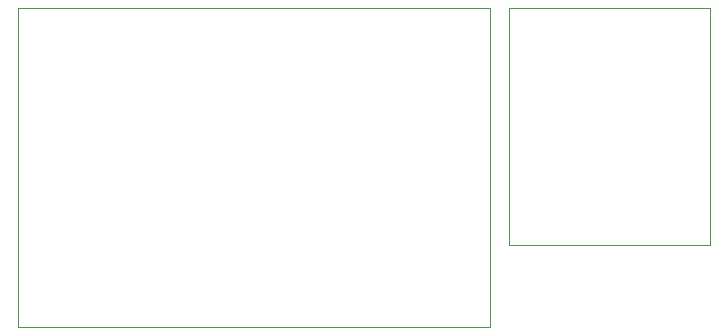
<source format=gbr>
%TF.GenerationSoftware,KiCad,Pcbnew,9.0.0*%
%TF.CreationDate,2025-03-14T13:22:17-04:00*%
%TF.ProjectId,IngestibleCapsule-Antennae,496e6765-7374-4696-926c-654361707375,rev?*%
%TF.SameCoordinates,Original*%
%TF.FileFunction,Profile,NP*%
%FSLAX46Y46*%
G04 Gerber Fmt 4.6, Leading zero omitted, Abs format (unit mm)*
G04 Created by KiCad (PCBNEW 9.0.0) date 2025-03-14 13:22:17*
%MOMM*%
%LPD*%
G01*
G04 APERTURE LIST*
%TA.AperFunction,Profile*%
%ADD10C,0.050000*%
%TD*%
G04 APERTURE END LIST*
D10*
X71610000Y-38310000D02*
X88610000Y-38310000D01*
X88610000Y-58310000D01*
X71610000Y-58310000D01*
X71610000Y-38310000D01*
X30000000Y-38262500D02*
X70000000Y-38262500D01*
X70000000Y-65262500D01*
X30000000Y-65262500D01*
X30000000Y-38262500D01*
M02*

</source>
